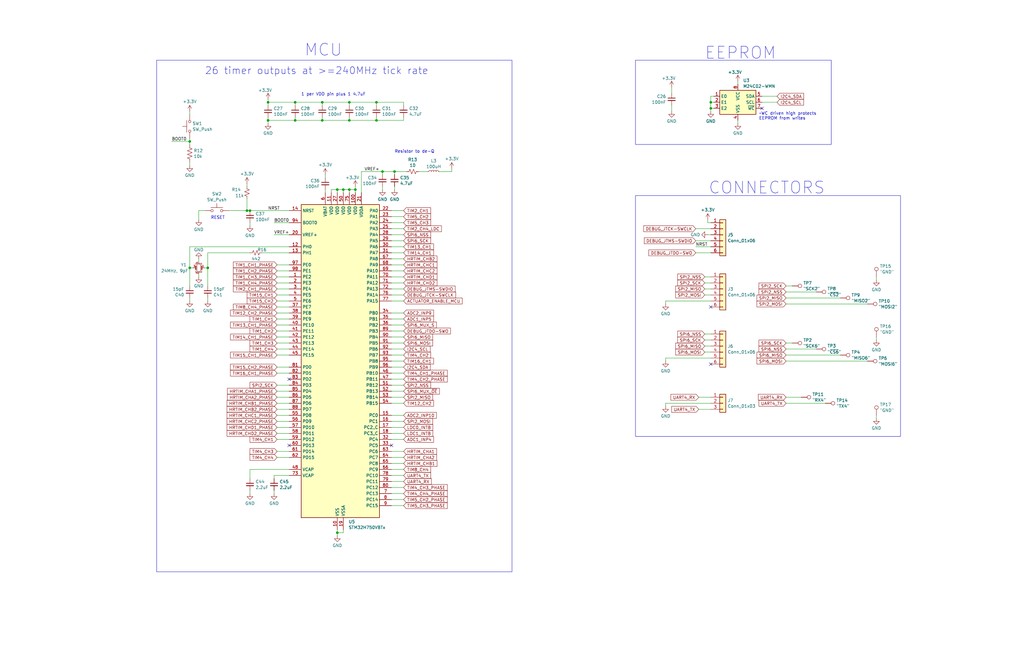
<source format=kicad_sch>
(kicad_sch (version 20231120) (generator "eeschema") (generator_version "8.0")
  (paper "B")
  (title_block (title "KASM Actuator PCBA Rev2") (date "2024-09-28") (rev "2"))
  (lib_symbols
    (symbol "Connector:TestPoint" (pin_numbers hide) (pin_names (offset 0.762) hide)
      (property "Reference" "TP" (at 0 6.858 0))
      (property "Value" "TestPoint" (at 0 5.08 0))
      (symbol "TestPoint_1_1"
        (pin passive line (at 0 0 90) (length 2.54) (name "1") (number "1"))
      )
    )
    (symbol "Connector_Generic:Conn_01x03" (pin_names (offset 1.016) hide)
      (property "Reference" "J" (at 0 5.08 0))
      (property "Value" "Conn_01x03" (at 0 -5.08 0))
      (symbol "Conn_01x03_1_1"
        (pin passive line (at -5.08 2.54 0) (length 3.81) (name "Pin_1") (number "1"))
        (pin passive line (at -5.08 0 0) (length 3.81) (name "Pin_2") (number "2"))
        (pin passive line (at -5.08 -2.54 0) (length 3.81) (name "Pin_3") (number "3"))
      )
    )
    (symbol "Connector_Generic:Conn_01x06" (pin_names (offset 1.016) hide)
      (property "Reference" "J" (at 0 7.62 0))
      (property "Value" "Conn_01x06" (at 0 -10.16 0))
      (symbol "Conn_01x06_1_1"
        (pin passive line (at -5.08 5.08 0) (length 3.81) (name "Pin_1") (number "1"))
        (pin passive line (at -5.08 2.54 0) (length 3.81) (name "Pin_2") (number "2"))
        (pin passive line (at -5.08 0 0) (length 3.81) (name "Pin_3") (number "3"))
        (pin passive line (at -5.08 -2.54 0) (length 3.81) (name "Pin_4") (number "4"))
        (pin passive line (at -5.08 -5.08 0) (length 3.81) (name "Pin_5") (number "5"))
        (pin passive line (at -5.08 -7.62 0) (length 3.81) (name "Pin_6") (number "6"))
      )
    )
    (symbol "Device:C_Small" (pin_numbers hide) (pin_names (offset 0.254) hide)
      (property "Reference" "C" (at 0.254 1.778 0))
      (property "Value" "C_Small" (at 0.254 -2.032 0))
      (symbol "C_Small_1_1"
        (pin passive line (at 0 2.54 270) (length 2.032) (name "~") (number "1"))
        (pin passive line (at 0 -2.54 90) (length 2.032) (name "~") (number "2"))
      )
    )
    (symbol "Device:Crystal_GND24_Small" (pin_names (offset 1.016) hide)
      (property "Reference" "Y" (at 1.27 4.445 0))
      (property "Value" "Crystal_GND24_Small" (at 1.27 2.54 0))
      (symbol "Crystal_GND24_Small_1_1"
        (pin passive line (at -2.54 0 0) (length 1.27) (name "1") (number "1"))
        (pin passive line (at 0 -2.54 90) (length 0.635) (name "2") (number "2"))
        (pin passive line (at 2.54 0 180) (length 1.27) (name "3") (number "3"))
        (pin passive line (at 0 2.54 270) (length 0.635) (name "4") (number "4"))
      )
    )
    (symbol "Device:L_Small" (pin_numbers hide) (pin_names (offset 0.254) hide)
      (property "Reference" "L" (at 0.762 1.016 0))
      (property "Value" "L_Small" (at 0.762 -1.016 0))
      (symbol "L_Small_1_1"
        (pin passive line (at 0 2.54 270) (length 0.508) (name "~") (number "1"))
        (pin passive line (at 0 -2.54 90) (length 0.508) (name "~") (number "2"))
      )
    )
    (symbol "Device:R_Small_US" (pin_numbers hide) (pin_names (offset 0.254) hide)
      (property "Reference" "R" (at 0.762 0.508 0))
      (property "Value" "R_Small_US" (at 0.762 -1.016 0))
      (symbol "R_Small_US_1_1"
        (pin passive line (at 0 2.54 270) (length 1.016) (name "~") (number "1"))
        (pin passive line (at 0 -2.54 90) (length 1.016) (name "~") (number "2"))
      )
    )
    (symbol "Device:R_US" (pin_numbers hide) (pin_names (offset 0))
      (property "Reference" "R" (at 2.54 0 90))
      (property "Value" "R_US" (at -2.54 0 90))
      (symbol "R_US_1_1"
        (pin passive line (at 0 3.81 270) (length 1.27) (name "~") (number "1"))
        (pin passive line (at 0 -3.81 90) (length 1.27) (name "~") (number "2"))
      )
    )
    (symbol "MCU_ST_STM32H7:STM32H750VBTx"
      (property "Reference" "U" (at -15.24 67.31 0))
      (property "Value" "STM32H750VBTx" (at 12.7 67.31 0))
      (symbol "STM32H750VBTx_1_1"
        (pin bidirectional line (at -20.32 35.56 0) (length 5.08) (name "PE2") (number "1"))
        (pin power_in line (at 0 -71.12 90) (length 5.08) (name "VSS") (number "10"))
        (pin power_in line (at 7.62 71.12 270) (length 5.08) (name "VDD") (number "100"))
        (pin power_in line (at -2.54 71.12 270) (length 5.08) (name "VDD") (number "11"))
        (pin bidirectional line (at -20.32 48.26 0) (length 5.08) (name "PH0") (number "12"))
        (pin bidirectional line (at -20.32 45.72 0) (length 5.08) (name "PH1") (number "13"))
        (pin input line (at -20.32 63.5 0) (length 5.08) (name "NRST") (number "14"))
        (pin bidirectional line (at 22.86 -22.86 180) (length 5.08) (name "PC0") (number "15"))
        (pin bidirectional line (at 22.86 -25.4 180) (length 5.08) (name "PC1") (number "16"))
        (pin bidirectional line (at 22.86 -27.94 180) (length 5.08) (name "PC2_C") (number "17"))
        (pin bidirectional line (at 22.86 -30.48 180) (length 5.08) (name "PC3_C") (number "18"))
        (pin power_in line (at 2.54 -71.12 90) (length 5.08) (name "VSSA") (number "19"))
        (pin bidirectional line (at -20.32 33.02 0) (length 5.08) (name "PE3") (number "2"))
        (pin input line (at -20.32 53.34 0) (length 5.08) (name "VREF+") (number "20"))
        (pin power_in line (at 10.16 71.12 270) (length 5.08) (name "VDDA") (number "21"))
        (pin bidirectional line (at 22.86 63.5 180) (length 5.08) (name "PA0") (number "22"))
        (pin bidirectional line (at 22.86 60.96 180) (length 5.08) (name "PA1") (number "23"))
        (pin bidirectional line (at 22.86 58.42 180) (length 5.08) (name "PA2") (number "24"))
        (pin bidirectional line (at 22.86 55.88 180) (length 5.08) (name "PA3") (number "25"))
        (pin passive line (at 0 -71.12 90) (length 5.08) hide (name "VSS") (number "26"))
        (pin power_in line (at 0 71.12 270) (length 5.08) (name "VDD") (number "27"))
        (pin bidirectional line (at 22.86 53.34 180) (length 5.08) (name "PA4") (number "28"))
        (pin bidirectional line (at 22.86 50.8 180) (length 5.08) (name "PA5") (number "29"))
        (pin bidirectional line (at -20.32 30.48 0) (length 5.08) (name "PE4") (number "3"))
        (pin bidirectional line (at 22.86 48.26 180) (length 5.08) (name "PA6") (number "30"))
        (pin bidirectional line (at 22.86 45.72 180) (length 5.08) (name "PA7") (number "31"))
        (pin bidirectional line (at 22.86 -33.02 180) (length 5.08) (name "PC4") (number "32"))
        (pin bidirectional line (at 22.86 -35.56 180) (length 5.08) (name "PC5") (number "33"))
        (pin bidirectional line (at 22.86 20.32 180) (length 5.08) (name "PB0") (number "34"))
        (pin bidirectional line (at 22.86 17.78 180) (length 5.08) (name "PB1") (number "35"))
        (pin bidirectional line (at 22.86 15.24 180) (length 5.08) (name "PB2") (number "36"))
        (pin bidirectional line (at -20.32 22.86 0) (length 5.08) (name "PE7") (number "37"))
        (pin bidirectional line (at -20.32 20.32 0) (length 5.08) (name "PE8") (number "38"))
        (pin bidirectional line (at -20.32 17.78 0) (length 5.08) (name "PE9") (number "39"))
        (pin bidirectional line (at -20.32 27.94 0) (length 5.08) (name "PE5") (number "4"))
        (pin bidirectional line (at -20.32 15.24 0) (length 5.08) (name "PE10") (number "40"))
        (pin bidirectional line (at -20.32 12.7 0) (length 5.08) (name "PE11") (number "41"))
        (pin bidirectional line (at -20.32 10.16 0) (length 5.08) (name "PE12") (number "42"))
        (pin bidirectional line (at -20.32 7.62 0) (length 5.08) (name "PE13") (number "43"))
        (pin bidirectional line (at -20.32 5.08 0) (length 5.08) (name "PE14") (number "44"))
        (pin bidirectional line (at -20.32 2.54 0) (length 5.08) (name "PE15") (number "45"))
        (pin bidirectional line (at 22.86 -5.08 180) (length 5.08) (name "PB10") (number "46"))
        (pin bidirectional line (at 22.86 -7.62 180) (length 5.08) (name "PB11") (number "47"))
        (pin power_out line (at -20.32 -45.72 0) (length 5.08) (name "VCAP") (number "48"))
        (pin passive line (at 0 -71.12 90) (length 5.08) hide (name "VSS") (number "49"))
        (pin bidirectional line (at -20.32 25.4 0) (length 5.08) (name "PE6") (number "5"))
        (pin power_in line (at 2.54 71.12 270) (length 5.08) (name "VDD") (number "50"))
        (pin bidirectional line (at 22.86 -10.16 180) (length 5.08) (name "PB12") (number "51"))
        (pin bidirectional line (at 22.86 -12.7 180) (length 5.08) (name "PB13") (number "52"))
        (pin bidirectional line (at 22.86 -15.24 180) (length 5.08) (name "PB14") (number "53"))
        (pin bidirectional line (at 22.86 -17.78 180) (length 5.08) (name "PB15") (number "54"))
        (pin bidirectional line (at -20.32 -22.86 0) (length 5.08) (name "PD8") (number "55"))
        (pin bidirectional line (at -20.32 -25.4 0) (length 5.08) (name "PD9") (number "56"))
        (pin bidirectional line (at -20.32 -27.94 0) (length 5.08) (name "PD10") (number "57"))
        (pin bidirectional line (at -20.32 -30.48 0) (length 5.08) (name "PD11") (number "58"))
        (pin bidirectional line (at -20.32 -33.02 0) (length 5.08) (name "PD12") (number "59"))
        (pin power_in line (at -5.08 71.12 270) (length 5.08) (name "VBAT") (number "6"))
        (pin bidirectional line (at -20.32 -35.56 0) (length 5.08) (name "PD13") (number "60"))
        (pin bidirectional line (at -20.32 -38.1 0) (length 5.08) (name "PD14") (number "61"))
        (pin bidirectional line (at -20.32 -40.64 0) (length 5.08) (name "PD15") (number "62"))
        (pin bidirectional line (at 22.86 -38.1 180) (length 5.08) (name "PC6") (number "63"))
        (pin bidirectional line (at 22.86 -40.64 180) (length 5.08) (name "PC7") (number "64"))
        (pin bidirectional line (at 22.86 -43.18 180) (length 5.08) (name "PC8") (number "65"))
        (pin bidirectional line (at 22.86 -45.72 180) (length 5.08) (name "PC9") (number "66"))
        (pin bidirectional line (at 22.86 43.18 180) (length 5.08) (name "PA8") (number "67"))
        (pin bidirectional line (at 22.86 40.64 180) (length 5.08) (name "PA9") (number "68"))
        (pin bidirectional line (at 22.86 38.1 180) (length 5.08) (name "PA10") (number "69"))
        (pin bidirectional line (at 22.86 -55.88 180) (length 5.08) (name "PC13") (number "7"))
        (pin bidirectional line (at 22.86 35.56 180) (length 5.08) (name "PA11") (number "70"))
        (pin bidirectional line (at 22.86 33.02 180) (length 5.08) (name "PA12") (number "71"))
        (pin bidirectional line (at 22.86 30.48 180) (length 5.08) (name "PA13") (number "72"))
        (pin power_out line (at -20.32 -48.26 0) (length 5.08) (name "VCAP") (number "73"))
        (pin passive line (at 0 -71.12 90) (length 5.08) hide (name "VSS") (number "74"))
        (pin power_in line (at 5.08 71.12 270) (length 5.08) (name "VDD") (number "75"))
        (pin bidirectional line (at 22.86 27.94 180) (length 5.08) (name "PA14") (number "76"))
        (pin bidirectional line (at 22.86 25.4 180) (length 5.08) (name "PA15") (number "77"))
        (pin bidirectional line (at 22.86 -48.26 180) (length 5.08) (name "PC10") (number "78"))
        (pin bidirectional line (at 22.86 -50.8 180) (length 5.08) (name "PC11") (number "79"))
        (pin bidirectional line (at 22.86 -58.42 180) (length 5.08) (name "PC14") (number "8"))
        (pin bidirectional line (at 22.86 -53.34 180) (length 5.08) (name "PC12") (number "80"))
        (pin bidirectional line (at -20.32 -2.54 0) (length 5.08) (name "PD0") (number "81"))
        (pin bidirectional line (at -20.32 -5.08 0) (length 5.08) (name "PD1") (number "82"))
        (pin bidirectional line (at -20.32 -7.62 0) (length 5.08) (name "PD2") (number "83"))
        (pin bidirectional line (at -20.32 -10.16 0) (length 5.08) (name "PD3") (number "84"))
        (pin bidirectional line (at -20.32 -12.7 0) (length 5.08) (name "PD4") (number "85"))
        (pin bidirectional line (at -20.32 -15.24 0) (length 5.08) (name "PD5") (number "86"))
        (pin bidirectional line (at -20.32 -17.78 0) (length 5.08) (name "PD6") (number "87"))
        (pin bidirectional line (at -20.32 -20.32 0) (length 5.08) (name "PD7") (number "88"))
        (pin bidirectional line (at 22.86 12.7 180) (length 5.08) (name "PB3") (number "89"))
        (pin bidirectional line (at 22.86 -60.96 180) (length 5.08) (name "PC15") (number "9"))
        (pin bidirectional line (at 22.86 10.16 180) (length 5.08) (name "PB4") (number "90"))
        (pin bidirectional line (at 22.86 7.62 180) (length 5.08) (name "PB5") (number "91"))
        (pin bidirectional line (at 22.86 5.08 180) (length 5.08) (name "PB6") (number "92"))
        (pin bidirectional line (at 22.86 2.54 180) (length 5.08) (name "PB7") (number "93"))
        (pin input line (at -20.32 58.42 0) (length 5.08) (name "BOOT0") (number "94"))
        (pin bidirectional line (at 22.86 0 180) (length 5.08) (name "PB8") (number "95"))
        (pin bidirectional line (at 22.86 -2.54 180) (length 5.08) (name "PB9") (number "96"))
        (pin bidirectional line (at -20.32 40.64 0) (length 5.08) (name "PE0") (number "97"))
        (pin bidirectional line (at -20.32 38.1 0) (length 5.08) (name "PE1") (number "98"))
        (pin passive line (at 0 -71.12 90) (length 5.08) hide (name "VSS") (number "99"))
      )
    )
    (symbol "Memory_EEPROM:M24C02-WMN"
      (property "Reference" "U" (at -6.35 6.35 0))
      (property "Value" "M24C02-WMN" (at 7.62 6.35 0))
      (symbol "M24C02-WMN_1_1"
        (pin input line (at -10.16 2.54 0) (length 2.54) (name "E0") (number "1"))
        (pin input line (at -10.16 0 0) (length 2.54) (name "E1") (number "2"))
        (pin input line (at -10.16 -2.54 0) (length 2.54) (name "E2") (number "3"))
        (pin power_in line (at 0 -7.62 90) (length 2.54) (name "VSS") (number "4"))
        (pin bidirectional line (at 10.16 2.54 180) (length 2.54) (name "SDA") (number "5"))
        (pin input line (at 10.16 0 180) (length 2.54) (name "SCL") (number "6"))
        (pin input line (at 10.16 -2.54 180) (length 2.54) (name "~{WC}") (number "7"))
        (pin power_in line (at 0 7.62 270) (length 2.54) (name "VCC") (number "8"))
      )
    )
    (symbol "Switch:SW_Push" (pin_numbers hide) (pin_names (offset 1.016) hide)
      (property "Reference" "SW" (at 1.27 2.54 0))
      (property "Value" "SW_Push" (at 0 -1.524 0))
      (symbol "SW_Push_0_1"
        (pin passive line (at -5.08 0 0) (length 2.54) (name "1") (number "1"))
        (pin passive line (at 5.08 0 180) (length 2.54) (name "2") (number "2"))
      )
    )
    (symbol "power:+3.3V" (power) (pin_names (offset 0))
      (property "Value" "+3.3V" (at 0 3.556 0))
      (symbol "+3.3V_1_1"
        (pin power_in line (at 0 0 90) (length 0) hide (name "+3.3V") (number "1"))
      )
    )
    (symbol "power:GND" (power) (pin_names (offset 0))
      (property "Value" "GND" (at 0 -3.81 0))
      (symbol "GND_1_1"
        (pin power_in line (at 0 0 270) (length 0) hide (name "GND") (number "1"))
      )
    )
  )
  (junction (at 147.32 50.8))
  (junction (at 147.32 80.01))
  (junction (at 135.89 43.18))
  (junction (at 124.46 43.18))
  (junction (at 80.01 113.03))
  (junction (at 124.46 50.8))
  (junction (at 158.75 50.8))
  (junction (at 161.29 72.39))
  (junction (at 299.72 45.72))
  (junction (at 142.24 80.01))
  (junction (at 147.32 43.18))
  (junction (at 80.01 59.69))
  (junction (at 87.63 113.03))
  (junction (at 158.75 43.18))
  (junction (at 135.89 50.8))
  (junction (at 142.24 224.79))
  (junction (at 149.86 80.01))
  (junction (at 113.03 43.18))
  (junction (at 166.37 72.39))
  (junction (at 105.41 88.9))
  (junction (at 144.78 80.01))
  (junction (at 104.14 88.9))
  (junction (at 113.03 50.8))
  (junction (at 299.72 43.18))
  (no_connect (at 299.72 153.67))
  (no_connect (at 299.72 129.54))
  (no_connect (at 165.1 187.96))
  (no_connect (at 121.92 187.96))
  (no_connect (at 321.31 45.72))
  (no_connect (at 121.92 160.02))
  (wire (pts (xy 80.01 104.14) (xy 80.01 113.03)))
  (wire (pts (xy 116.84 193.04) (xy 121.92 193.04)))
  (wire (pts (xy 299.72 43.18) (xy 300.99 43.18)))
  (wire (pts (xy 170.18 160.02) (xy 165.1 160.02)))
  (wire (pts (xy 116.84 180.34) (xy 121.92 180.34)))
  (wire (pts (xy 105.41 88.9) (xy 121.92 88.9)))
  (wire (pts (xy 294.64 172.72) (xy 299.72 172.72)))
  (wire (pts (xy 170.18 139.7) (xy 165.1 139.7)))
  (wire (pts (xy 297.18 146.05) (xy 299.72 146.05)))
  (wire (pts (xy 170.18 167.64) (xy 165.1 167.64)))
  (wire (pts (xy 121.92 200.66) (xy 115.57 200.66)))
  (wire (pts (xy 299.72 45.72) (xy 300.99 45.72)))
  (wire (pts (xy 83.82 109.22) (xy 83.82 110.49)))
  (wire (pts (xy 124.46 50.8) (xy 113.03 50.8)))
  (wire (pts (xy 170.18 180.34) (xy 165.1 180.34)))
  (wire (pts (xy 165.1 127) (xy 170.18 127)))
  (wire (pts (xy 293.37 104.14) (xy 299.72 104.14)))
  (wire (pts (xy 116.84 182.88) (xy 121.92 182.88)))
  (wire (pts (xy 116.84 170.18) (xy 121.92 170.18)))
  (wire (pts (xy 283.21 44.45) (xy 283.21 46.99)))
  (wire (pts (xy 297.18 140.97) (xy 299.72 140.97)))
  (wire (pts (xy 116.84 119.38) (xy 121.92 119.38)))
  (wire (pts (xy 135.89 50.8) (xy 135.89 49.53)))
  (wire (pts (xy 104.14 88.9) (xy 105.41 88.9)))
  (wire (pts (xy 297.18 121.92) (xy 299.72 121.92)))
  (wire (pts (xy 170.18 195.58) (xy 165.1 195.58)))
  (wire (pts (xy 170.18 205.74) (xy 165.1 205.74)))
  (wire (pts (xy 166.37 72.39) (xy 171.45 72.39)))
  (wire (pts (xy 170.18 137.16) (xy 165.1 137.16)))
  (wire (pts (xy 113.03 50.8) (xy 113.03 52.07)))
  (wire (pts (xy 116.84 175.26) (xy 121.92 175.26)))
  (wire (pts (xy 113.03 41.91) (xy 113.03 43.18)))
  (wire (pts (xy 170.18 177.8) (xy 165.1 177.8)))
  (wire (pts (xy 116.84 139.7) (xy 121.92 139.7)))
  (wire (pts (xy 165.1 109.22) (xy 170.18 109.22)))
  (wire (pts (xy 81.28 113.03) (xy 80.01 113.03)))
  (wire (pts (xy 299.72 45.72) (xy 299.72 46.99)))
  (wire (pts (xy 113.03 43.18) (xy 113.03 44.45)))
  (wire (pts (xy 294.64 167.64) (xy 299.72 167.64)))
  (wire (pts (xy 116.84 177.8) (xy 121.92 177.8)))
  (wire (pts (xy 115.57 200.66) (xy 115.57 201.93)))
  (wire (pts (xy 116.84 124.46) (xy 121.92 124.46)))
  (wire (pts (xy 96.52 88.9) (xy 104.14 88.9)))
  (wire (pts (xy 147.32 50.8) (xy 147.32 49.53)))
  (wire (pts (xy 116.84 111.76) (xy 121.92 111.76)))
  (wire (pts (xy 293.37 101.6) (xy 299.72 101.6)))
  (wire (pts (xy 170.18 185.42) (xy 165.1 185.42)))
  (wire (pts (xy 170.18 134.62) (xy 165.1 134.62)))
  (wire (pts (xy 165.1 99.06) (xy 170.18 99.06)))
  (wire (pts (xy 165.1 111.76) (xy 170.18 111.76)))
  (wire (pts (xy 161.29 72.39) (xy 166.37 72.39)))
  (wire (pts (xy 116.84 127) (xy 121.92 127)))
  (wire (pts (xy 331.47 120.65) (xy 334.01 120.65)))
  (wire (pts (xy 87.63 113.03) (xy 87.63 120.65)))
  (wire (pts (xy 116.84 165.1) (xy 121.92 165.1)))
  (wire (pts (xy 116.84 137.16) (xy 121.92 137.16)))
  (wire (pts (xy 158.75 43.18) (xy 170.18 43.18)))
  (wire (pts (xy 116.84 162.56) (xy 121.92 162.56)))
  (wire (pts (xy 165.1 144.78) (xy 170.18 144.78)))
  (wire (pts (xy 147.32 80.01) (xy 149.86 80.01)))
  (wire (pts (xy 116.84 134.62) (xy 121.92 134.62)))
  (wire (pts (xy 165.1 162.56) (xy 170.18 162.56)))
  (wire (pts (xy 170.18 121.92) (xy 165.1 121.92)))
  (wire (pts (xy 147.32 43.18) (xy 158.75 43.18)))
  (wire (pts (xy 116.84 157.48) (xy 121.92 157.48)))
  (wire (pts (xy 104.14 77.47) (xy 104.14 78.74)))
  (wire (pts (xy 158.75 43.18) (xy 158.75 44.45)))
  (wire (pts (xy 115.57 207.01) (xy 115.57 208.28)))
  (wire (pts (xy 116.84 144.78) (xy 121.92 144.78)))
  (wire (pts (xy 369.57 116.84) (xy 369.57 118.11)))
  (wire (pts (xy 170.18 170.18) (xy 165.1 170.18)))
  (wire (pts (xy 298.45 92.71) (xy 298.45 93.98)))
  (wire (pts (xy 142.24 223.52) (xy 142.24 224.79)))
  (wire (pts (xy 116.84 172.72) (xy 121.92 172.72)))
  (wire (pts (xy 170.18 142.24) (xy 165.1 142.24)))
  (wire (pts (xy 280.67 127) (xy 299.72 127)))
  (wire (pts (xy 165.1 91.44) (xy 170.18 91.44)))
  (wire (pts (xy 152.4 72.39) (xy 161.29 72.39)))
  (wire (pts (xy 142.24 80.01) (xy 142.24 81.28)))
  (wire (pts (xy 331.47 152.4) (xy 365.76 152.4)))
  (wire (pts (xy 147.32 80.01) (xy 147.32 81.28)))
  (wire (pts (xy 80.01 68.58) (xy 80.01 69.85)))
  (wire (pts (xy 135.89 43.18) (xy 147.32 43.18)))
  (wire (pts (xy 116.84 190.5) (xy 121.92 190.5)))
  (wire (pts (xy 80.01 59.69) (xy 80.01 60.96)))
  (wire (pts (xy 331.47 170.18) (xy 347.98 170.18)))
  (wire (pts (xy 331.47 147.32) (xy 344.17 147.32)))
  (wire (pts (xy 280.67 127) (xy 280.67 128.27)))
  (wire (pts (xy 80.01 46.99) (xy 80.01 48.26)))
  (wire (pts (xy 87.63 106.68) (xy 87.63 113.03)))
  (wire (pts (xy 87.63 125.73) (xy 87.63 127)))
  (wire (pts (xy 170.18 203.2) (xy 165.1 203.2)))
  (wire (pts (xy 87.63 106.68) (xy 105.41 106.68)))
  (wire (pts (xy 105.41 207.01) (xy 105.41 208.28)))
  (wire (pts (xy 116.84 116.84) (xy 121.92 116.84)))
  (wire (pts (xy 116.84 154.94) (xy 121.92 154.94)))
  (wire (pts (xy 165.1 175.26) (xy 170.18 175.26)))
  (wire (pts (xy 137.16 73.66) (xy 137.16 74.93)))
  (wire (pts (xy 280.67 170.18) (xy 280.67 171.45)))
  (wire (pts (xy 299.72 43.18) (xy 299.72 45.72)))
  (wire (pts (xy 147.32 50.8) (xy 158.75 50.8)))
  (wire (pts (xy 331.47 149.86) (xy 354.33 149.86)))
  (wire (pts (xy 142.24 80.01) (xy 144.78 80.01)))
  (wire (pts (xy 311.15 34.29) (xy 311.15 35.56)))
  (wire (pts (xy 135.89 50.8) (xy 147.32 50.8)))
  (wire (pts (xy 369.57 142.24) (xy 369.57 143.51)))
  (wire (pts (xy 170.18 208.28) (xy 165.1 208.28)))
  (wire (pts (xy 152.4 81.28) (xy 152.4 72.39)))
  (wire (pts (xy 170.18 157.48) (xy 165.1 157.48)))
  (wire (pts (xy 165.1 114.3) (xy 170.18 114.3)))
  (wire (pts (xy 165.1 101.6) (xy 170.18 101.6)))
  (wire (pts (xy 170.18 213.36) (xy 165.1 213.36)))
  (wire (pts (xy 170.18 165.1) (xy 165.1 165.1)))
  (wire (pts (xy 166.37 78.74) (xy 166.37 80.01)))
  (wire (pts (xy 144.78 224.79) (xy 144.78 223.52)))
  (wire (pts (xy 297.18 143.51) (xy 299.72 143.51)))
  (wire (pts (xy 331.47 128.27) (xy 365.76 128.27)))
  (wire (pts (xy 280.67 151.13) (xy 280.67 152.4)))
  (wire (pts (xy 116.84 129.54) (xy 121.92 129.54)))
  (wire (pts (xy 116.84 114.3) (xy 121.92 114.3)))
  (wire (pts (xy 170.18 152.4) (xy 165.1 152.4)))
  (wire (pts (xy 121.92 198.12) (xy 105.41 198.12)))
  (wire (pts (xy 165.1 93.98) (xy 170.18 93.98)))
  (wire (pts (xy 72.39 59.69) (xy 80.01 59.69)))
  (wire (pts (xy 115.57 99.06) (xy 121.92 99.06)))
  (wire (pts (xy 144.78 80.01) (xy 147.32 80.01)))
  (wire (pts (xy 185.42 72.39) (xy 190.5 72.39)))
  (wire (pts (xy 190.5 72.39) (xy 190.5 71.12)))
  (wire (pts (xy 105.41 93.98) (xy 105.41 95.25)))
  (wire (pts (xy 170.18 147.32) (xy 165.1 147.32)))
  (wire (pts (xy 80.01 113.03) (xy 80.01 120.65)))
  (wire (pts (xy 293.37 106.68) (xy 299.72 106.68)))
  (wire (pts (xy 116.84 142.24) (xy 121.92 142.24)))
  (wire (pts (xy 139.7 80.01) (xy 142.24 80.01)))
  (wire (pts (xy 161.29 78.74) (xy 161.29 80.01)))
  (wire (pts (xy 170.18 193.04) (xy 165.1 193.04)))
  (wire (pts (xy 165.1 104.14) (xy 170.18 104.14)))
  (wire (pts (xy 170.18 182.88) (xy 165.1 182.88)))
  (wire (pts (xy 142.24 224.79) (xy 142.24 226.06)))
  (wire (pts (xy 297.18 148.59) (xy 299.72 148.59)))
  (wire (pts (xy 113.03 49.53) (xy 113.03 50.8)))
  (wire (pts (xy 280.67 151.13) (xy 299.72 151.13)))
  (wire (pts (xy 121.92 104.14) (xy 80.01 104.14)))
  (wire (pts (xy 149.86 78.74) (xy 149.86 80.01)))
  (wire (pts (xy 298.45 93.98) (xy 299.72 93.98)))
  (wire (pts (xy 321.31 43.18) (xy 327.66 43.18)))
  (wire (pts (xy 124.46 43.18) (xy 124.46 44.45)))
  (wire (pts (xy 116.84 147.32) (xy 121.92 147.32)))
  (wire (pts (xy 166.37 73.66) (xy 166.37 72.39)))
  (wire (pts (xy 170.18 43.18) (xy 170.18 44.45)))
  (wire (pts (xy 142.24 224.79) (xy 144.78 224.79)))
  (wire (pts (xy 170.18 154.94) (xy 165.1 154.94)))
  (wire (pts (xy 80.01 58.42) (xy 80.01 59.69)))
  (wire (pts (xy 300.99 40.64) (xy 299.72 40.64)))
  (wire (pts (xy 83.82 88.9) (xy 86.36 88.9)))
  (wire (pts (xy 170.18 190.5) (xy 165.1 190.5)))
  (wire (pts (xy 299.72 40.64) (xy 299.72 43.18)))
  (wire (pts (xy 116.84 167.64) (xy 121.92 167.64)))
  (wire (pts (xy 170.18 50.8) (xy 170.18 49.53)))
  (wire (pts (xy 170.18 210.82) (xy 165.1 210.82)))
  (wire (pts (xy 144.78 80.01) (xy 144.78 81.28)))
  (wire (pts (xy 170.18 200.66) (xy 165.1 200.66)))
  (wire (pts (xy 283.21 36.83) (xy 283.21 39.37)))
  (wire (pts (xy 161.29 72.39) (xy 161.29 73.66)))
  (wire (pts (xy 124.46 50.8) (xy 135.89 50.8)))
  (wire (pts (xy 331.47 125.73) (xy 354.33 125.73)))
  (wire (pts (xy 124.46 49.53) (xy 124.46 50.8)))
  (wire (pts (xy 170.18 149.86) (xy 165.1 149.86)))
  (wire (pts (xy 297.18 119.38) (xy 299.72 119.38)))
  (wire (pts (xy 369.57 175.26) (xy 369.57 176.53)))
  (wire (pts (xy 299.72 124.46) (xy 297.18 124.46)))
  (wire (pts (xy 331.47 167.64) (xy 337.82 167.64)))
  (wire (pts (xy 116.84 121.92) (xy 121.92 121.92)))
  (wire (pts (xy 83.82 115.57) (xy 83.82 116.84)))
  (wire (pts (xy 135.89 43.18) (xy 135.89 44.45)))
  (wire (pts (xy 139.7 80.01) (xy 139.7 81.28)))
  (wire (pts (xy 331.47 123.19) (xy 344.17 123.19)))
  (wire (pts (xy 137.16 80.01) (xy 137.16 81.28)))
  (wire (pts (xy 165.1 119.38) (xy 170.18 119.38)))
  (wire (pts (xy 86.36 113.03) (xy 87.63 113.03)))
  (wire (pts (xy 80.01 125.73) (xy 80.01 127)))
  (wire (pts (xy 158.75 50.8) (xy 170.18 50.8)))
  (wire (pts (xy 297.18 116.84) (xy 299.72 116.84)))
  (wire (pts (xy 115.57 93.98) (xy 121.92 93.98)))
  (wire (pts (xy 113.03 43.18) (xy 124.46 43.18)))
  (wire (pts (xy 83.82 88.9) (xy 83.82 92.71)))
  (wire (pts (xy 165.1 88.9) (xy 170.18 88.9)))
  (wire (pts (xy 170.18 198.12) (xy 165.1 198.12)))
  (wire (pts (xy 165.1 106.68) (xy 170.18 106.68)))
  (wire (pts (xy 116.84 132.08) (xy 121.92 132.08)))
  (wire (pts (xy 104.14 83.82) (xy 104.14 88.9)))
  (wire (pts (xy 170.18 124.46) (xy 165.1 124.46)))
  (wire (pts (xy 147.32 43.18) (xy 147.32 44.45)))
  (wire (pts (xy 331.47 144.78) (xy 334.01 144.78)))
  (wire (pts (xy 298.45 99.06) (xy 299.72 99.06)))
  (wire (pts (xy 110.49 106.68) (xy 121.92 106.68)))
  (wire (pts (xy 311.15 50.8) (xy 311.15 52.07)))
  (wire (pts (xy 158.75 50.8) (xy 158.75 49.53)))
  (wire (pts (xy 116.84 185.42) (xy 121.92 185.42)))
  (wire (pts (xy 293.37 96.52) (xy 299.72 96.52)))
  (wire (pts (xy 176.53 72.39) (xy 180.34 72.39)))
  (wire (pts (xy 321.31 40.64) (xy 327.66 40.64)))
  (wire (pts (xy 116.84 149.86) (xy 121.92 149.86)))
  (wire (pts (xy 165.1 116.84) (xy 170.18 116.84)))
  (wire (pts (xy 124.46 43.18) (xy 135.89 43.18)))
  (wire (pts (xy 105.41 198.12) (xy 105.41 201.93)))
  (wire (pts (xy 280.67 170.18) (xy 299.72 170.18)))
  (wire (pts (xy 165.1 96.52) (xy 170.18 96.52)))
  (wire (pts (xy 165.1 132.08) (xy 170.18 132.08)))
  (wire (pts (xy 149.86 80.01) (xy 149.86 81.28)))
  (rectangle (start 66.04 25.4) (end 215.9 241.3))
  (rectangle (start 267.97 25.4) (end 350.52 60.96))
  (rectangle (start 267.97 82.55) (end 379.73 184.15))
  (text "~WC driven high protects\nEEPROM from writes" (at 320.04 50.8 0) (effects (font (size 1.27 1.27)) (justify left bottom)))
  (text "CONNECTORS" (at 298.704 82.296 0) (effects (font (size 5 5)) (justify left bottom)))
  (text "RESET" (at 88.9 92.71 0) (effects (font (size 1.27 1.27)) (justify left bottom)))
  (text "26 timer outputs at >=240MHz tick rate" (at 86.36 31.75 0) (effects (font (size 3 3)) (justify left bottom)))
  (text "Resistor to de-Q" (at 166.37 64.77 0) (effects (font (size 1.27 1.27)) (justify left bottom)))
  (text "MCU" (at 128.27 24.13 0) (effects (font (size 5 5)) (justify left bottom)))
  (text "EEPROM" (at 297.18 25.4 0) (effects (font (size 5 5)) (justify left bottom)))
  (text "1 per VDD pin plus 1 4.7uF" (at 127 40.64 0) (effects (font (size 1.27 1.27)) (justify left bottom)))
  (label "VREF+" (at 115.57 99.06 0))
  (label "VREF+" (at 153.67 72.39 0))
  (label "NRST" (at 113.03 88.9 0))
  (label "BOOT0" (at 115.57 93.98 0))
  (label "BOOT0" (at 72.39 59.69 0))
  (label "NRST" (at 293.37 104.14 0))
  (global_label "HRTIM_CHB2" (shape input) (at 170.18 109.22 0) (property "Intersheetrefs" "${INTERSHEET_REFS}" (effects (hide yes))))
  (global_label "SPI6_NSS" (shape input) (at 297.18 140.97 180) (property "Intersheetrefs" "${INTERSHEET_REFS}" (effects (hide yes))))
  (global_label "HRTIM_CHA2_PHASE" (shape input) (at 116.84 167.64 180) (property "Intersheetrefs" "${INTERSHEET_REFS}" (effects (hide yes))))
  (global_label "TIM14_CH1" (shape input) (at 170.18 106.68 0) (property "Intersheetrefs" "${INTERSHEET_REFS}" (effects (hide yes))))
  (global_label "HRTIM_CHD2_PHASE" (shape input) (at 116.84 182.88 180) (property "Intersheetrefs" "${INTERSHEET_REFS}" (effects (hide yes))))
  (global_label "DEBUG_JTCK-SWCLK" (shape input) (at 170.18 124.46 0) (property "Intersheetrefs" "${INTERSHEET_REFS}" (effects (hide yes))))
  (global_label "TIM15_CH2" (shape input) (at 116.84 127 180) (property "Intersheetrefs" "${INTERSHEET_REFS}" (effects (hide yes))))
  (global_label "HRTIM_CHA1" (shape input) (at 170.18 190.5 0) (property "Intersheetrefs" "${INTERSHEET_REFS}" (effects (hide yes))))
  (global_label "TIM8_CH4" (shape input) (at 170.18 198.12 0) (property "Intersheetrefs" "${INTERSHEET_REFS}" (effects (hide yes))))
  (global_label "ADC1_INP5" (shape input) (at 170.18 134.62 0) (property "Intersheetrefs" "${INTERSHEET_REFS}" (effects (hide yes))))
  (global_label "HRTIM_CHD1_PHASE" (shape input) (at 116.84 180.34 180) (property "Intersheetrefs" "${INTERSHEET_REFS}" (effects (hide yes))))
  (global_label "DEBUG_JTDO-SWO" (shape input) (at 293.37 106.68 180) (property "Intersheetrefs" "${INTERSHEET_REFS}" (effects (hide yes))))
  (global_label "TIM13_CH1" (shape input) (at 170.18 104.14 0) (property "Intersheetrefs" "${INTERSHEET_REFS}" (effects (hide yes))))
  (global_label "TIM1_CH3" (shape input) (at 116.84 144.78 180) (property "Intersheetrefs" "${INTERSHEET_REFS}" (effects (hide yes))))
  (global_label "ADC2_INP10" (shape input) (at 170.18 175.26 0) (property "Intersheetrefs" "${INTERSHEET_REFS}" (effects (hide yes))))
  (global_label "TIM15_CH2_PHASE" (shape input) (at 116.84 154.94 180) (property "Intersheetrefs" "${INTERSHEET_REFS}" (effects (hide yes))))
  (global_label "UART4_RX" (shape input) (at 294.64 167.64 180) (property "Intersheetrefs" "${INTERSHEET_REFS}" (effects (hide yes))))
  (global_label "HRTIM_CHC2" (shape input) (at 170.18 114.3 0) (property "Intersheetrefs" "${INTERSHEET_REFS}" (effects (hide yes))))
  (global_label "TIM4_CH4" (shape input) (at 116.84 193.04 180) (property "Intersheetrefs" "${INTERSHEET_REFS}" (effects (hide yes))))
  (global_label "SPI2_SCK" (shape input) (at 116.84 162.56 180) (property "Intersheetrefs" "${INTERSHEET_REFS}" (effects (hide yes))))
  (global_label "TIM5_CH3_PHASE" (shape input) (at 170.18 213.36 0) (property "Intersheetrefs" "${INTERSHEET_REFS}" (effects (hide yes))))
  (global_label "HRTIM_CHD1" (shape input) (at 170.18 116.84 0) (property "Intersheetrefs" "${INTERSHEET_REFS}" (effects (hide yes))))
  (global_label "TIM1_CH1" (shape input) (at 116.84 134.62 180) (property "Intersheetrefs" "${INTERSHEET_REFS}" (effects (hide yes))))
  (global_label "UART4_RX" (shape input) (at 170.18 203.2 0) (property "Intersheetrefs" "${INTERSHEET_REFS}" (effects (hide yes))))
  (global_label "TIM5_CH3" (shape input) (at 170.18 93.98 0) (property "Intersheetrefs" "${INTERSHEET_REFS}" (effects (hide yes))))
  (global_label "DEBUG_JTDO-SWO" (shape input) (at 170.18 139.7 0) (property "Intersheetrefs" "${INTERSHEET_REFS}" (effects (hide yes))))
  (global_label "SPI2_MOSI" (shape input) (at 297.18 124.46 180) (property "Intersheetrefs" "${INTERSHEET_REFS}" (effects (hide yes))))
  (global_label "TIM14_CH1_PHASE" (shape input) (at 116.84 142.24 180) (property "Intersheetrefs" "${INTERSHEET_REFS}" (effects (hide yes))))
  (global_label "SPI6_MUX_S" (shape input) (at 170.18 137.16 0) (property "Intersheetrefs" "${INTERSHEET_REFS}" (effects (hide yes))))
  (global_label "TIM5_CH2_PHASE" (shape input) (at 170.18 210.82 0) (property "Intersheetrefs" "${INTERSHEET_REFS}" (effects (hide yes))))
  (global_label "ACTUATOR_ENABLE_MCU" (shape input) (at 170.18 127 0) (property "Intersheetrefs" "${INTERSHEET_REFS}" (effects (hide yes))))
  (global_label "DEBUG_JTMS-SWDIO" (shape input) (at 170.18 121.92 0) (property "Intersheetrefs" "${INTERSHEET_REFS}" (effects (hide yes))))
  (global_label "SPI2_MISO" (shape input) (at 297.18 121.92 180) (property "Intersheetrefs" "${INTERSHEET_REFS}" (effects (hide yes))))
  (global_label "SPI6_NSS" (shape input) (at 331.47 147.32 180) (property "Intersheetrefs" "${INTERSHEET_REFS}" (effects (hide yes))))
  (global_label "HRTIM_CHB2_PHASE" (shape input) (at 116.84 172.72 180) (property "Intersheetrefs" "${INTERSHEET_REFS}" (effects (hide yes))))
  (global_label "TIM4_CH1" (shape input) (at 116.84 185.42 180) (property "Intersheetrefs" "${INTERSHEET_REFS}" (effects (hide yes))))
  (global_label "SPI2_MOSI" (shape input) (at 331.47 128.27 180) (property "Intersheetrefs" "${INTERSHEET_REFS}" (effects (hide yes))))
  (global_label "UART4_TX" (shape input) (at 170.18 200.66 0) (property "Intersheetrefs" "${INTERSHEET_REFS}" (effects (hide yes))))
  (global_label "TIM4_CH2_PHASE" (shape input) (at 170.18 160.02 0) (property "Intersheetrefs" "${INTERSHEET_REFS}" (effects (hide yes))))
  (global_label "ADC1_INP4" (shape input) (at 170.18 185.42 0) (property "Intersheetrefs" "${INTERSHEET_REFS}" (effects (hide yes))))
  (global_label "SPI6_MISO" (shape input) (at 170.18 142.24 0) (property "Intersheetrefs" "${INTERSHEET_REFS}" (effects (hide yes))))
  (global_label "TIM1_CH2" (shape input) (at 116.84 139.7 180) (property "Intersheetrefs" "${INTERSHEET_REFS}" (effects (hide yes))))
  (global_label "HRTIM_CHB1" (shape input) (at 170.18 195.58 0) (property "Intersheetrefs" "${INTERSHEET_REFS}" (effects (hide yes))))
  (global_label "TIM4_CH1_PHASE" (shape input) (at 170.18 157.48 0) (property "Intersheetrefs" "${INTERSHEET_REFS}" (effects (hide yes))))
  (global_label "TIM1_CH2_PHASE" (shape input) (at 116.84 114.3 180) (property "Intersheetrefs" "${INTERSHEET_REFS}" (effects (hide yes))))
  (global_label "TIM1_CH1_PHASE" (shape input) (at 116.84 111.76 180) (property "Intersheetrefs" "${INTERSHEET_REFS}" (effects (hide yes))))
  (global_label "TIM13_CH1_PHASE" (shape input) (at 116.84 137.16 180) (property "Intersheetrefs" "${INTERSHEET_REFS}" (effects (hide yes))))
  (global_label "SPI2_MISO" (shape input) (at 170.18 167.64 0) (property "Intersheetrefs" "${INTERSHEET_REFS}" (effects (hide yes))))
  (global_label "ADC2_INP9" (shape input) (at 170.18 132.08 0) (property "Intersheetrefs" "${INTERSHEET_REFS}" (effects (hide yes))))
  (global_label "TIM16_CH1_PHASE" (shape input) (at 116.84 157.48 180) (property "Intersheetrefs" "${INTERSHEET_REFS}" (effects (hide yes))))
  (global_label "TIM16_CH1" (shape input) (at 170.18 152.4 0) (property "Intersheetrefs" "${INTERSHEET_REFS}" (effects (hide yes))))
  (global_label "TIM15_CH1" (shape input) (at 116.84 124.46 180) (property "Intersheetrefs" "${INTERSHEET_REFS}" (effects (hide yes))))
  (global_label "SPI2_NSS" (shape input) (at 170.18 162.56 0) (property "Intersheetrefs" "${INTERSHEET_REFS}" (effects (hide yes))))
  (global_label "SPI6_SCK" (shape input) (at 170.18 101.6 0) (property "Intersheetrefs" "${INTERSHEET_REFS}" (effects (hide yes))))
  (global_label "HRTIM_CHC1" (shape input) (at 170.18 111.76 0) (property "Intersheetrefs" "${INTERSHEET_REFS}" (effects (hide yes))))
  (global_label "TIM12_CH2" (shape input) (at 170.18 170.18 0) (property "Intersheetrefs" "${INTERSHEET_REFS}" (effects (hide yes))))
  (global_label "SPI6_MOSI" (shape input) (at 331.47 152.4 180) (property "Intersheetrefs" "${INTERSHEET_REFS}" (effects (hide yes))))
  (global_label "SPI6_MOSI" (shape input) (at 297.18 148.59 180) (property "Intersheetrefs" "${INTERSHEET_REFS}" (effects (hide yes))))
  (global_label "UART4_TX" (shape input) (at 294.64 172.72 180) (property "Intersheetrefs" "${INTERSHEET_REFS}" (effects (hide yes))))
  (global_label "SPI2_SCK" (shape input) (at 331.47 120.65 180) (property "Intersheetrefs" "${INTERSHEET_REFS}" (effects (hide yes))))
  (global_label "TIM4_CH3_PHASE" (shape input) (at 170.18 205.74 0) (property "Intersheetrefs" "${INTERSHEET_REFS}" (effects (hide yes))))
  (global_label "I2C4_SCL" (shape input) (at 170.18 147.32 0) (property "Intersheetrefs" "${INTERSHEET_REFS}" (effects (hide yes))))
  (global_label "TIM1_CH4" (shape input) (at 116.84 147.32 180) (property "Intersheetrefs" "${INTERSHEET_REFS}" (effects (hide yes))))
  (global_label "SPI2_SCK" (shape input) (at 297.18 119.38 180) (property "Intersheetrefs" "${INTERSHEET_REFS}" (effects (hide yes))))
  (global_label "DEBUG_JTMS-SWDIO" (shape input) (at 293.37 101.6 180) (property "Intersheetrefs" "${INTERSHEET_REFS}" (effects (hide yes))))
  (global_label "SPI6_MUX_~{OE}" (shape input) (at 170.18 165.1 0) (property "Intersheetrefs" "${INTERSHEET_REFS}" (effects (hide yes))))
  (global_label "SPI6_MOSI" (shape input) (at 170.18 144.78 0) (property "Intersheetrefs" "${INTERSHEET_REFS}" (effects (hide yes))))
  (global_label "TIM5_CH2" (shape input) (at 170.18 91.44 0) (property "Intersheetrefs" "${INTERSHEET_REFS}" (effects (hide yes))))
  (global_label "SPI6_SCK" (shape input) (at 331.47 144.78 180) (property "Intersheetrefs" "${INTERSHEET_REFS}" (effects (hide yes))))
  (global_label "HRTIM_CHB1_PHASE" (shape input) (at 116.84 170.18 180) (property "Intersheetrefs" "${INTERSHEET_REFS}" (effects (hide yes))))
  (global_label "HRTIM_CHC2_PHASE" (shape input) (at 116.84 177.8 180) (property "Intersheetrefs" "${INTERSHEET_REFS}" (effects (hide yes))))
  (global_label "UART4_TX" (shape input) (at 331.47 170.18 180) (property "Intersheetrefs" "${INTERSHEET_REFS}" (effects (hide yes))))
  (global_label "SPI2_MISO" (shape input) (at 331.47 125.73 180) (property "Intersheetrefs" "${INTERSHEET_REFS}" (effects (hide yes))))
  (global_label "LDC0_INTB" (shape input) (at 170.18 180.34 0) (property "Intersheetrefs" "${INTERSHEET_REFS}" (effects (hide yes))))
  (global_label "HRTIM_CHC1_PHASE" (shape input) (at 116.84 175.26 180) (property "Intersheetrefs" "${INTERSHEET_REFS}" (effects (hide yes))))
  (global_label "I2C4_SDA" (shape input) (at 170.18 154.94 0) (property "Intersheetrefs" "${INTERSHEET_REFS}" (effects (hide yes))))
  (global_label "TIM2_CH4_LDC" (shape input) (at 170.18 96.52 0) (property "Intersheetrefs" "${INTERSHEET_REFS}" (effects (hide yes))))
  (global_label "TIM1_CH3_PHASE" (shape input) (at 116.84 116.84 180) (property "Intersheetrefs" "${INTERSHEET_REFS}" (effects (hide yes))))
  (global_label "SPI2_MOSI" (shape input) (at 170.18 177.8 0) (property "Intersheetrefs" "${INTERSHEET_REFS}" (effects (hide yes))))
  (global_label "HRTIM_CHA1_PHASE" (shape input) (at 116.84 165.1 180) (property "Intersheetrefs" "${INTERSHEET_REFS}" (effects (hide yes))))
  (global_label "I2C4_SDA" (shape input) (at 327.66 40.64 0) (property "Intersheetrefs" "${INTERSHEET_REFS}" (effects (hide yes))))
  (global_label "TIM8_CH4_PHASE" (shape input) (at 116.84 129.54 180) (property "Intersheetrefs" "${INTERSHEET_REFS}" (effects (hide yes))))
  (global_label "SPI2_NSS" (shape input) (at 331.47 123.19 180) (property "Intersheetrefs" "${INTERSHEET_REFS}" (effects (hide yes))))
  (global_label "SPI6_SCK" (shape input) (at 297.18 143.51 180) (property "Intersheetrefs" "${INTERSHEET_REFS}" (effects (hide yes))))
  (global_label "TIM12_CH2_PHASE" (shape input) (at 116.84 132.08 180) (property "Intersheetrefs" "${INTERSHEET_REFS}" (effects (hide yes))))
  (global_label "TIM2_CH1_PHASE" (shape input) (at 116.84 121.92 180) (property "Intersheetrefs" "${INTERSHEET_REFS}" (effects (hide yes))))
  (global_label "LDC1_INTB" (shape input) (at 170.18 182.88 0) (property "Intersheetrefs" "${INTERSHEET_REFS}" (effects (hide yes))))
  (global_label "HRTIM_CHD2" (shape input) (at 170.18 119.38 0) (property "Intersheetrefs" "${INTERSHEET_REFS}" (effects (hide yes))))
  (global_label "SPI6_NSS" (shape input) (at 170.18 99.06 0) (property "Intersheetrefs" "${INTERSHEET_REFS}" (effects (hide yes))))
  (global_label "SPI2_NSS" (shape input) (at 297.18 116.84 180) (property "Intersheetrefs" "${INTERSHEET_REFS}" (effects (hide yes))))
  (global_label "DEBUG_JTCK-SWCLK" (shape input) (at 293.37 96.52 180) (property "Intersheetrefs" "${INTERSHEET_REFS}" (effects (hide yes))))
  (global_label "TIM4_CH2" (shape input) (at 170.18 149.86 0) (property "Intersheetrefs" "${INTERSHEET_REFS}" (effects (hide yes))))
  (global_label "SPI6_MISO" (shape input) (at 297.18 146.05 180) (property "Intersheetrefs" "${INTERSHEET_REFS}" (effects (hide yes))))
  (global_label "TIM1_CH4_PHASE" (shape input) (at 116.84 119.38 180) (property "Intersheetrefs" "${INTERSHEET_REFS}" (effects (hide yes))))
  (global_label "HRTIM_CHA2" (shape input) (at 170.18 193.04 0) (property "Intersheetrefs" "${INTERSHEET_REFS}" (effects (hide yes))))
  (global_label "TIM15_CH1_PHASE" (shape input) (at 116.84 149.86 180) (property "Intersheetrefs" "${INTERSHEET_REFS}" (effects (hide yes))))
  (global_label "UART4_RX" (shape input) (at 331.47 167.64 180) (property "Intersheetrefs" "${INTERSHEET_REFS}" (effects (hide yes))))
  (global_label "SPI6_MISO" (shape input) (at 331.47 149.86 180) (property "Intersheetrefs" "${INTERSHEET_REFS}" (effects (hide yes))))
  (global_label "TIM4_CH3" (shape input) (at 116.84 190.5 180) (property "Intersheetrefs" "${INTERSHEET_REFS}" (effects (hide yes))))
  (global_label "TIM2_CH1" (shape input) (at 170.18 88.9 0) (property "Intersheetrefs" "${INTERSHEET_REFS}" (effects (hide yes))))
  (global_label "TIM4_CH4_PHASE" (shape input) (at 170.18 208.28 0) (property "Intersheetrefs" "${INTERSHEET_REFS}" (effects (hide yes))))
  (global_label "I2C4_SCL" (shape input) (at 327.66 43.18 0) (property "Intersheetrefs" "${INTERSHEET_REFS}" (effects (hide yes))))
  (symbol (lib_id "power:GND") (at 311.15 52.07 0) (unit 1)
    (property "Reference" "#PWR037" (effects (hide yes)))
    (property "Value" "GND" (at 311.15 56.2031 0))
  )
  (symbol (lib_id "Connector:TestPoint") (at 354.33 125.73 270) (unit 1)
    (property "Reference" "TP9" (at 359.029 124.5178 90) (effects (justify left)))
    (property "Value" "\"MISO2\"" (at 359.029 126.9421 90) (effects (justify left)))
    (property "Footprint" "TestPoint:TestPoint_THTPad_1.0x1.0mm_Drill0.5mm" (effects (hide yes)))
    (property "Description" "test point" (effects (hide yes)))
  )
  (symbol (lib_id "power:GND") (at 105.41 208.28 0) (unit 1)
    (property "Reference" "#PWR055" (effects (hide yes)))
    (property "Value" "GND" (at 105.41 212.4131 0))
  )
  (symbol (lib_id "Connector:TestPoint") (at 344.17 123.19 270) (unit 1)
    (property "Reference" "TP8" (at 348.869 121.8323 90) (effects (justify left)))
    (property "Value" "\"~{CS2}\"" (at 348.869 124.4021 90) (effects (justify left)))
    (property "Footprint" "TestPoint:TestPoint_THTPad_1.0x1.0mm_Drill0.5mm" (effects (hide yes)))
    (property "Description" "test point" (effects (hide yes)))
  )
  (symbol (lib_id "Device:R_Small_US") (at 107.95 106.68 90) (unit 1)
    (property "Reference" "R16" (at 110.49 105.41 90))
    (property "Value" "442" (at 107.95 109.22 90))
    (property "Footprint" "Resistor_SMD:R_0402_1005Metric" (effects (hide yes)))
    (property "LCSC" "C126137" (effects (hide yes)))
  )
  (symbol (lib_id "Device:C_Small") (at 124.46 46.99 0) (unit 1)
    (property "Reference" "C28" (at 126.7841 45.7842 0) (effects (justify left)))
    (property "Value" "100nF" (at 126.7841 48.2084 0) (effects (justify left)))
    (property "Footprint" "Capacitor_SMD:C_0402_1005Metric" (effects (hide yes)))
    (property "LCSC" "C1525" (effects (hide yes)))
  )
  (symbol (lib_id "power:+3.3V") (at 311.15 34.29 0) (unit 1)
    (property "Reference" "#PWR030" (effects (hide yes)))
    (property "Value" "+3.3V" (at 309.88 30.48 0))
  )
  (symbol (lib_id "Connector_Generic:Conn_01x06") (at 304.8 121.92 0) (unit 1)
    (property "Reference" "J3" (at 306.832 121.9779 0) (effects (justify left)))
    (property "Value" "Conn_01x06" (at 306.832 124.4021 0) (effects (justify left)))
    (property "Footprint" "Connector_PinHeader_2.54mm:PinHeader_1x06_P2.54mm_Vertical" (effects (hide yes)))
  )
  (symbol (lib_id "Connector_Generic:Conn_01x06") (at 304.8 99.06 0) (unit 1)
    (property "Reference" "J5" (at 306.832 99.1179 0) (effects (justify left)))
    (property "Value" "Conn_01x06" (at 306.832 101.5421 0) (effects (justify left)))
    (property "Footprint" "Connector_PinHeader_2.54mm:PinHeader_1x06_P2.54mm_Vertical" (effects (hide yes)))
  )
  (symbol (lib_id "power:GND") (at 299.72 46.99 0) (unit 1)
    (property "Reference" "#PWR035" (effects (hide yes)))
    (property "Value" "GND" (at 299.72 51.1231 0))
  )
  (symbol (lib_id "Device:C_Small") (at 113.03 46.99 0) (unit 1)
    (property "Reference" "C27" (at 115.3541 45.7842 0) (effects (justify left)))
    (property "Value" "100nF" (at 115.3541 48.2084 0) (effects (justify left)))
    (property "Footprint" "Capacitor_SMD:C_0402_1005Metric" (effects (hide yes)))
    (property "LCSC" "C1525" (effects (hide yes)))
  )
  (symbol (lib_id "Device:C_Small") (at 158.75 46.99 0) (unit 1)
    (property "Reference" "C31" (at 161.0741 45.7842 0) (effects (justify left)))
    (property "Value" "100nF" (at 161.0741 48.2084 0) (effects (justify left)))
    (property "Footprint" "Capacitor_SMD:C_0402_1005Metric" (effects (hide yes)))
    (property "LCSC" "C1525" (effects (hide yes)))
  )
  (symbol (lib_id "Device:L_Small") (at 182.88 72.39 90) (unit 1)
    (property "Reference" "L3" (at 182.88 67.8669 90))
    (property "Value" "100uH" (at 182.88 70.2911 90))
    (property "Footprint" "Inductor_SMD:L_0603_1608Metric" (effects (hide yes)))
    (property "LCSC" "C51942" (effects (hide yes)))
  )
  (symbol (lib_id "Device:C_Small") (at 135.89 46.99 0) (unit 1)
    (property "Reference" "C29" (at 138.2141 45.7842 0) (effects (justify left)))
    (property "Value" "100nF" (at 138.2141 48.2084 0) (effects (justify left)))
    (property "Footprint" "Capacitor_SMD:C_0402_1005Metric" (effects (hide yes)))
    (property "LCSC" "C1525" (effects (hide yes)))
  )
  (symbol (lib_id "Connector:TestPoint") (at 344.17 147.32 270) (unit 1)
    (property "Reference" "TP3" (at 348.869 145.9623 90) (effects (justify left)))
    (property "Value" "\"~{CS6}\"" (at 348.869 148.5321 90) (effects (justify left)))
    (property "Footprint" "TestPoint:TestPoint_THTPad_1.0x1.0mm_Drill0.5mm" (effects (hide yes)))
    (property "Description" "test point" (effects (hide yes)))
  )
  (symbol (lib_id "Device:C_Small") (at 137.16 77.47 0) (mirror y) (unit 1)
    (property "Reference" "C36" (at 134.8359 76.2642 0) (effects (justify left)))
    (property "Value" "100nF" (at 134.8359 78.6884 0) (effects (justify left)))
    (property "Footprint" "Capacitor_SMD:C_0402_1005Metric" (effects (hide yes)))
    (property "LCSC" "C1525" (effects (hide yes)))
  )
  (symbol (lib_id "Memory_EEPROM:M24C02-WMN") (at 311.15 43.18 0) (unit 1)
    (property "Reference" "U3" (at 313.3441 33.9557 0) (effects (justify left)))
    (property "Value" "M24C02-WMN" (at 313.3441 36.3799 0) (effects (justify left)))
    (property "Footprint" "Package_SO:SOIC-8_3.9x4.9mm_P1.27mm" (effects (hide yes)))
    (property "Datasheet" "http://www.st.com/content/ccc/resource/technical/document/datasheet/b0/d8/50/40/5a/85/49/6f/DM00071904.pdf/files/DM00071904.pdf/jcr:content/translations/en.DM00071904.pdf" (effects (hide yes)))
    (property "LCSC" "C7562" (effects (hide yes)))
  )
  (symbol (lib_id "power:GND") (at 83.82 92.71 0) (unit 1)
    (property "Reference" "#PWR045" (effects (hide yes)))
    (property "Value" "GND" (at 83.82 96.8431 0))
  )
  (symbol (lib_id "Connector_Generic:Conn_01x06") (at 304.8 146.05 0) (unit 1)
    (property "Reference" "J6" (at 306.832 146.1079 0) (effects (justify left)))
    (property "Value" "Conn_01x06" (at 306.832 148.5321 0) (effects (justify left)))
    (property "Footprint" "gabe_connectors:CONN_A-7478-06A_MOL" (effects (hide yes)))
  )
  (symbol (lib_id "power:GND") (at 283.21 46.99 0) (unit 1)
    (property "Reference" "#PWR034" (effects (hide yes)))
    (property "Value" "GND" (at 283.21 51.1231 0))
  )
  (symbol (lib_id "power:GND") (at 298.45 99.06 270) (unit 1)
    (property "Reference" "#PWR048" (effects (hide yes)))
    (property "Value" "GND" (at 295.2751 99.06 90) (effects (justify right)))
  )
  (symbol (lib_id "Switch:SW_Push") (at 80.01 53.34 90) (unit 1)
    (property "Reference" "SW1" (at 81.153 52.1279 90) (effects (justify right)))
    (property "Value" "SW_Push" (at 81.153 54.5521 90) (effects (justify right)))
    (property "Footprint" "Button_Switch_SMD:SW_Push_1P1T_XKB_TS-1187A" (effects (hide yes)))
    (property "LCSC" "C318884" (effects (hide yes)))
  )
  (symbol (lib_id "Connector:TestPoint") (at 334.01 144.78 270) (unit 1)
    (property "Reference" "TP2" (at 338.709 143.5678 90) (effects (justify left)))
    (property "Value" "\"SCK6\"" (at 338.709 145.9921 90) (effects (justify left)))
    (property "Footprint" "TestPoint:TestPoint_THTPad_1.0x1.0mm_Drill0.5mm" (effects (hide yes)))
    (property "Description" "test point" (effects (hide yes)))
  )
  (symbol (lib_id "Switch:SW_Push") (at 91.44 88.9 0) (unit 1)
    (property "Reference" "SW2" (at 91.44 81.8347 0))
    (property "Value" "SW_Push" (at 91.44 84.2589 0))
    (property "Footprint" "Button_Switch_SMD:SW_Push_1P1T_XKB_TS-1187A" (effects (hide yes)))
    (property "LCSC" "C318884" (effects (hide yes)))
  )
  (symbol (lib_id "power:+3.3V") (at 137.16 73.66 0) (unit 1)
    (property "Reference" "#PWR040" (effects (hide yes)))
    (property "Value" "+3.3V" (at 137.16 69.5269 0))
  )
  (symbol (lib_id "Device:C_Small") (at 115.57 204.47 0) (unit 1)
    (property "Reference" "C45" (at 117.8941 203.2642 0) (effects (justify left)))
    (property "Value" "2.2uF" (at 117.8941 205.6884 0) (effects (justify left)))
    (property "Footprint" "Capacitor_SMD:C_0402_1005Metric" (effects (hide yes)))
    (property "LCSC" "C12530" (effects (hide yes)))
  )
  (symbol (lib_id "power:+3.3V") (at 80.01 46.99 0) (unit 1)
    (property "Reference" "#PWR033" (effects (hide yes)))
    (property "Value" "+3.3V" (at 80.01 42.8569 0))
  )
  (symbol (lib_id "Connector:TestPoint") (at 347.98 170.18 270) (unit 1)
    (property "Reference" "TP14" (at 352.679 168.9678 90) (effects (justify left)))
    (property "Value" "\"TX4\"" (at 352.679 171.3921 90) (effects (justify left)))
    (property "Footprint" "TestPoint:TestPoint_THTPad_1.0x1.0mm_Drill0.5mm" (effects (hide yes)))
    (property "Description" "test point" (effects (hide yes)))
  )
  (symbol (lib_id "MCU_ST_STM32H7:STM32H750VBTx") (at 142.24 152.4 0) (unit 1)
    (property "Reference" "U5" (at 146.9741 220.1601 0) (effects (justify left)))
    (property "Value" "STM32H750VBTx" (at 146.9741 222.5843 0) (effects (justify left)))
    (property "Footprint" "Package_QFP:LQFP-100_14x14mm_P0.5mm" (effects (hide yes)))
    (property "Datasheet" "https://www.st.com/resource/en/datasheet/stm32h750vb.pdf" (effects (hide yes)))
    (property "LCSC" "C404010" (effects (hide yes)))
  )
  (symbol (lib_id "power:GND") (at 369.57 118.11 0) (unit 1)
    (property "Reference" "#PWR061" (effects (hide yes)))
    (property "Value" "GND" (at 369.57 122.2431 0))
  )
  (symbol (lib_id "power:GND") (at 83.82 116.84 0) (mirror y) (unit 1)
    (property "Reference" "#PWR050" (effects (hide yes)))
    (property "Value" "GND" (at 83.82 120.65 0))
  )
  (symbol (lib_id "Connector:TestPoint") (at 337.82 167.64 270) (unit 1)
    (property "Reference" "TP11" (at 342.519 166.4278 90) (effects (justify left)))
    (property "Value" "\"RX4\"" (at 342.519 168.8521 90) (effects (justify left)))
    (property "Footprint" "TestPoint:TestPoint_THTPad_1.0x1.0mm_Drill0.5mm" (effects (hide yes)))
    (property "Description" "test point" (effects (hide yes)))
  )
  (symbol (lib_id "power:GND") (at 83.82 109.22 0) (mirror x) (unit 1)
    (property "Reference" "#PWR049" (effects (hide yes)))
    (property "Value" "GND" (at 83.82 105.41 0))
  )
  (symbol (lib_id "Device:C_Small") (at 147.32 46.99 0) (unit 1)
    (property "Reference" "C30" (at 149.6441 45.7842 0) (effects (justify left)))
    (property "Value" "100nF" (at 149.6441 48.2084 0) (effects (justify left)))
    (property "Footprint" "Capacitor_SMD:C_0402_1005Metric" (effects (hide yes)))
    (property "LCSC" "C1525" (effects (hide yes)))
  )
  (symbol (lib_id "power:+3.3V") (at 298.45 92.71 0) (unit 1)
    (property "Reference" "#PWR046" (effects (hide yes)))
    (property "Value" "+3.3V" (at 298.45 88.5769 0))
  )
  (symbol (lib_id "Device:C_Small") (at 105.41 91.44 0) (unit 1)
    (property "Reference" "C37" (at 107.7341 90.2342 0) (effects (justify left)))
    (property "Value" "100nF" (at 107.7341 92.6584 0) (effects (justify left)))
    (property "Footprint" "Capacitor_SMD:C_0402_1005Metric" (effects (hide yes)))
    (property "LCSC" "C1525" (effects (hide yes)))
  )
  (symbol (lib_id "Device:C_Small") (at 170.18 46.99 180) (unit 1)
    (property "Reference" "C32" (at 172.5041 45.7715 0) (effects (justify right)))
    (property "Value" "4.7uF" (at 172.5041 48.1957 0) (effects (justify right)))
    (property "Footprint" "Capacitor_SMD:C_0402_1005Metric" (effects (hide yes)))
    (property "LCSC" "C23733" (effects (hide yes)))
  )
  (symbol (lib_id "power:+3.3V") (at 104.14 77.47 0) (unit 1)
    (property "Reference" "#PWR041" (effects (hide yes)))
    (property "Value" "+3.3V" (at 104.14 73.3369 0))
  )
  (symbol (lib_id "Connector:TestPoint") (at 365.76 152.4 270) (unit 1)
    (property "Reference" "TP6" (at 370.459 151.1878 90) (effects (justify left)))
    (property "Value" "\"MOSI6\"" (at 370.459 153.6121 90) (effects (justify left)))
    (property "Footprint" "TestPoint:TestPoint_THTPad_1.0x1.0mm_Drill0.5mm" (effects (hide yes)))
    (property "Description" "test point" (effects (hide yes)))
  )
  (symbol (lib_id "Connector:TestPoint") (at 369.57 116.84 0) (unit 1)
    (property "Reference" "TP15" (at 370.967 112.3258 0) (effects (justify left)))
    (property "Value" "\"GND\"" (at 370.967 114.7501 0) (effects (justify left)))
    (property "Footprint" "TestPoint:TestPoint_THTPad_1.0x1.0mm_Drill0.5mm" (effects (hide yes)))
    (property "Description" "test point" (effects (hide yes)))
  )
  (symbol (lib_id "Connector_Generic:Conn_01x03") (at 304.8 170.18 0) (unit 1)
    (property "Reference" "J7" (at 306.832 168.9679 0) (effects (justify left)))
    (property "Value" "Conn_01x03" (at 306.832 171.3921 0) (effects (justify left)))
    (property "Footprint" "Connector_PinHeader_2.54mm:PinHeader_1x03_P2.54mm_Vertical" (effects (hide yes)))
  )
  (symbol (lib_id "power:GND") (at 369.57 176.53 0) (unit 1)
    (property "Reference" "#PWR063" (effects (hide yes)))
    (property "Value" "GND" (at 369.57 180.6631 0))
  )
  (symbol (lib_id "Device:C_Small") (at 80.01 123.19 0) (unit 1)
    (property "Reference" "C40" (at 77.6859 124.4085 0) (effects (justify right)))
    (property "Value" "15pF" (at 77.6859 121.9843 0) (effects (justify right)))
    (property "Footprint" "Capacitor_SMD:C_0402_1005Metric" (effects (hide yes)))
    (property "LCSC" "C1548" (effects (hide yes)))
  )
  (symbol (lib_id "power:GND") (at 113.03 52.07 0) (unit 1)
    (property "Reference" "#PWR036" (effects (hide yes)))
    (property "Value" "GND" (at 113.03 56.2031 0))
  )
  (symbol (lib_id "power:GND") (at 280.67 128.27 0) (unit 1)
    (property "Reference" "#PWR053" (effects (hide yes)))
    (property "Value" "GND" (at 280.67 132.4031 0))
  )
  (symbol (lib_id "power:GND") (at 369.57 143.51 0) (unit 1)
    (property "Reference" "#PWR062" (effects (hide yes)))
    (property "Value" "GND" (at 369.57 147.6431 0))
  )
  (symbol (lib_id "power:GND") (at 80.01 69.85 0) (unit 1)
    (property "Reference" "#PWR038" (effects (hide yes)))
    (property "Value" "GND" (at 80.01 73.9831 0))
  )
  (symbol (lib_id "Device:C_Small") (at 166.37 76.2 180) (unit 1)
    (property "Reference" "C35" (at 168.6941 74.9815 0) (effects (justify right)))
    (property "Value" "4.7uF" (at 168.6941 77.4057 0) (effects (justify right)))
    (property "Footprint" "Capacitor_SMD:C_0402_1005Metric" (effects (hide yes)))
    (property "LCSC" "C23733" (effects (hide yes)))
  )
  (symbol (lib_id "power:GND") (at 105.41 95.25 0) (unit 1)
    (property "Reference" "#PWR047" (effects (hide yes)))
    (property "Value" "GND" (at 105.41 99.3831 0))
  )
  (symbol (lib_id "power:GND") (at 280.67 171.45 0) (unit 1)
    (property "Reference" "#PWR054" (effects (hide yes)))
    (property "Value" "GND" (at 280.67 175.5831 0))
  )
  (symbol (lib_id "Device:R_Small_US") (at 173.99 72.39 90) (unit 1)
    (property "Reference" "R13" (at 173.99 67.3567 90))
    (property "Value" "10" (at 173.99 69.7809 90))
    (property "Footprint" "Resistor_SMD:R_0402_1005Metric" (effects (hide yes)))
    (property "LCSC" "C409845" (effects (hide yes)))
  )
  (symbol (lib_id "power:GND") (at 166.37 80.01 0) (unit 1)
    (property "Reference" "#PWR044" (effects (hide yes)))
    (property "Value" "GND" (at 166.37 84.1431 0))
  )
  (symbol (lib_id "Device:C_Small") (at 283.21 41.91 0) (mirror y) (unit 1)
    (property "Reference" "C26" (at 280.8859 40.7042 0) (effects (justify left)))
    (property "Value" "100nF" (at 280.8859 43.1284 0) (effects (justify left)))
    (property "Footprint" "Capacitor_SMD:C_0402_1005Metric" (effects (hide yes)))
    (property "LCSC" "C1525" (effects (hide yes)))
  )
  (symbol (lib_id "power:GND") (at 87.63 127 0) (mirror y) (unit 1)
    (property "Reference" "#PWR052" (effects (hide yes)))
    (property "Value" "GND" (at 87.63 131.1331 0))
  )
  (symbol (lib_id "Device:C_Small") (at 87.63 123.19 0) (mirror y) (unit 1)
    (property "Reference" "C41" (at 89.9541 124.4085 0) (effects (justify right)))
    (property "Value" "15pF" (at 89.9541 121.9843 0) (effects (justify right)))
    (property "Footprint" "Capacitor_SMD:C_0402_1005Metric" (effects (hide yes)))
    (property "LCSC" "C1548" (effects (hide yes)))
  )
  (symbol (lib_id "Connector:TestPoint") (at 354.33 149.86 270) (unit 1)
    (property "Reference" "TP4" (at 359.029 148.6478 90) (effects (justify left)))
    (property "Value" "\"MISO6\"" (at 359.029 151.0721 90) (effects (justify left)))
    (property "Footprint" "TestPoint:TestPoint_THTPad_1.0x1.0mm_Drill0.5mm" (effects (hide yes)))
    (property "Description" "test point" (effects (hide yes)))
  )
  (symbol (lib_id "Device:C_Small") (at 105.41 204.47 0) (unit 1)
    (property "Reference" "C44" (at 107.7341 203.2642 0) (effects (justify left)))
    (property "Value" "2.2uF" (at 107.7341 205.6884 0) (effects (justify left)))
    (property "Footprint" "Capacitor_SMD:C_0402_1005Metric" (effects (hide yes)))
    (property "LCSC" "C12530" (effects (hide yes)))
  )
  (symbol (lib_id "power:GND") (at 142.24 226.06 0) (unit 1)
    (property "Reference" "#PWR057" (effects (hide yes)))
    (property "Value" "GND" (at 142.24 230.1931 0))
  )
  (symbol (lib_id "Device:C_Small") (at 161.29 76.2 0) (mirror y) (unit 1)
    (property "Reference" "C34" (at 158.9659 74.9942 0) (effects (justify left)))
    (property "Value" "100nF" (at 158.9659 77.4184 0) (effects (justify left)))
    (property "Footprint" "Capacitor_SMD:C_0402_1005Metric" (effects (hide yes)))
    (property "LCSC" "C1525" (effects (hide yes)))
  )
  (symbol (lib_id "Connector:TestPoint") (at 365.76 128.27 270) (unit 1)
    (property "Reference" "TP10" (at 370.459 127.0578 90) (effects (justify left)))
    (property "Value" "\"MOSI2\"" (at 370.459 129.4821 90) (effects (justify left)))
    (property "Footprint" "TestPoint:TestPoint_THTPad_1.0x1.0mm_Drill0.5mm" (effects (hide yes)))
    (property "Description" "test point" (effects (hide yes)))
  )
  (symbol (lib_id "power:GND") (at 280.67 152.4 0) (unit 1)
    (property "Reference" "#PWR058" (effects (hide yes)))
    (property "Value" "GND" (at 280.67 156.5331 0))
  )
  (symbol (lib_id "power:GND") (at 161.29 80.01 0) (unit 1)
    (property "Reference" "#PWR043" (effects (hide yes)))
    (property "Value" "GND" (at 161.29 84.1431 0))
  )
  (symbol (lib_id "power:+3.3V") (at 190.5 71.12 0) (unit 1)
    (property "Reference" "#PWR039" (effects (hide yes)))
    (property "Value" "+3.3V" (at 190.5 66.9869 0))
  )
  (symbol (lib_id "power:+3.3V") (at 149.86 78.74 0) (unit 1)
    (property "Reference" "#PWR042" (effects (hide yes)))
    (property "Value" "+3.3V" (at 148.59 74.93 0))
  )
  (symbol (lib_id "power:+3.3V") (at 113.03 41.91 0) (unit 1)
    (property "Reference" "#PWR032" (effects (hide yes)))
    (property "Value" "+3.3V" (at 111.76 38.1 0))
  )
  (symbol (lib_id "Device:R_US") (at 80.01 64.77 0) (unit 1)
    (property "Reference" "R12" (at 81.661 63.5579 0) (effects (justify left)))
    (property "Value" "10k" (at 81.661 65.9821 0) (effects (justify left)))
    (property "Footprint" "Resistor_SMD:R_0402_1005Metric" (effects (hide yes)))
    (property "LCSC" "C25744" (effects (hide yes)))
  )
  (symbol (lib_id "power:GND") (at 115.57 208.28 0) (unit 1)
    (property "Reference" "#PWR056" (effects (hide yes)))
    (property "Value" "GND" (at 115.57 212.4131 0))
  )
  (symbol (lib_id "Connector:TestPoint") (at 369.57 142.24 0) (unit 1)
    (property "Reference" "TP16" (at 370.967 137.7258 0) (effects (justify left)))
    (property "Value" "\"GND\"" (at 370.967 140.1501 0) (effects (justify left)))
    (property "Footprint" "TestPoint:TestPoint_THTPad_1.0x1.0mm_Drill0.5mm" (effects (hide yes)))
    (property "Description" "test point" (effects (hide yes)))
  )
  (symbol (lib_id "power:+3.3V") (at 283.21 36.83 0) (unit 1)
    (property "Reference" "#PWR031" (effects (hide yes)))
    (property "Value" "+3.3V" (at 281.94 33.02 0))
  )
  (symbol (lib_id "Device:Crystal_GND24_Small") (at 83.82 113.03 0) (mirror y) (unit 1)
    (property "Reference" "Y1" (at 77.47 111.76 0))
    (property "Value" "24MHz, 9pF" (at 73.66 114.3 0))
    (property "Footprint" "Crystal:Crystal_SMD_SeikoEpson_FA128-4Pin_2.0x1.6mm" (effects (hide yes)))
    (property "LCSC" "C2929399" (effects (hide yes)))
  )
  (symbol (lib_id "power:GND") (at 80.01 127 0) (mirror y) (unit 1)
    (property "Reference" "#PWR051" (effects (hide yes)))
    (property "Value" "GND" (at 80.01 131.1331 0))
  )
  (symbol (lib_id "Connector:TestPoint") (at 334.01 120.65 270) (unit 1)
    (property "Reference" "TP7" (at 338.709 119.4378 90) (effects (justify left)))
    (property "Value" "\"SCK2\"" (at 338.709 121.8621 90) (effects (justify left)))
    (property "Footprint" "TestPoint:TestPoint_THTPad_1.0x1.0mm_Drill0.5mm" (effects (hide yes)))
    (property "Description" "test point" (effects (hide yes)))
  )
  (symbol (lib_id "Device:R_Small_US") (at 104.14 81.28 0) (unit 1)
    (property "Reference" "R14" (at 101.6 80.01 0) (effects (justify right)))
    (property "Value" "11k" (at 102.87 82.55 0) (effects (justify right)))
    (property "Footprint" "Resistor_SMD:R_0402_1005Metric" (effects (hide yes)))
    (property "LCSC" "C25749" (effects (hide yes)))
  )
  (symbol (lib_id "Connector:TestPoint") (at 369.57 175.26 0) (unit 1)
    (property "Reference" "TP17" (at 370.967 170.7458 0) (effects (justify left)))
    (property "Value" "\"GND\"" (at 370.967 173.1701 0) (effects (justify left)))
    (property "Footprint" "TestPoint:TestPoint_THTPad_1.0x1.0mm_Drill0.5mm" (effects (hide yes)))
    (property "Description" "test point" (effects (hide yes)))
  )
)
</source>
